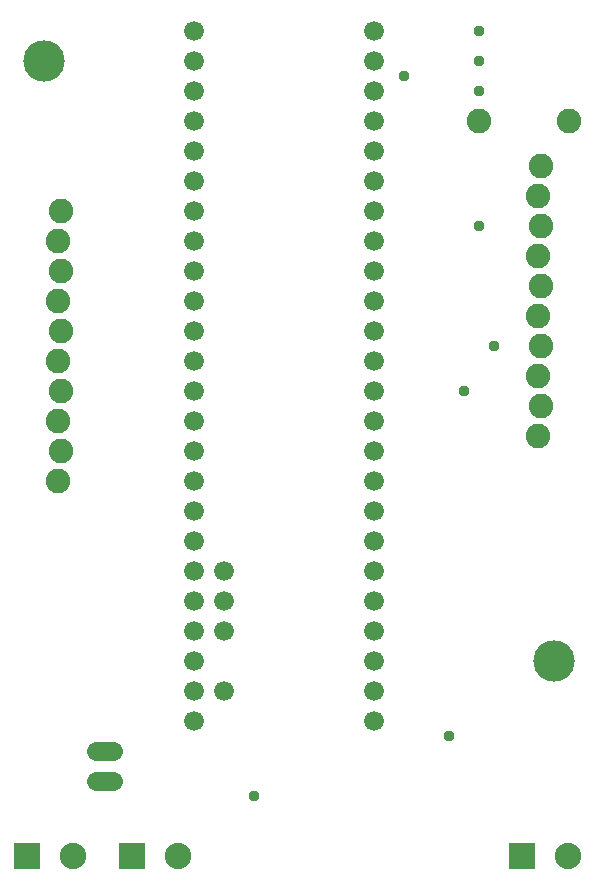
<source format=gbs>
G75*
%MOIN*%
%OFA0B0*%
%FSLAX25Y25*%
%IPPOS*%
%LPD*%
%AMOC8*
5,1,8,0,0,1.08239X$1,22.5*
%
%ADD10R,0.08800X0.08800*%
%ADD11C,0.08800*%
%ADD12C,0.08200*%
%ADD13C,0.06600*%
%ADD14C,0.06400*%
%ADD15C,0.13800*%
%ADD16C,0.03778*%
D10*
X0060600Y0176300D03*
X0095600Y0176300D03*
X0225600Y0176300D03*
D11*
X0240780Y0176300D03*
X0110780Y0176300D03*
X0075780Y0176300D03*
D12*
X0070800Y0301300D03*
X0071800Y0311300D03*
X0070800Y0321300D03*
X0071800Y0331300D03*
X0070800Y0341300D03*
X0071800Y0351300D03*
X0070800Y0361300D03*
X0071800Y0371300D03*
X0070800Y0381300D03*
X0071800Y0391300D03*
X0211300Y0421300D03*
X0231800Y0406300D03*
X0230800Y0396300D03*
X0231800Y0386300D03*
X0230800Y0376300D03*
X0231800Y0366300D03*
X0230800Y0356300D03*
X0231800Y0346300D03*
X0230800Y0336300D03*
X0231800Y0326300D03*
X0230800Y0316300D03*
X0241300Y0421300D03*
D13*
X0176300Y0421300D03*
X0176300Y0411300D03*
X0176300Y0401300D03*
X0176300Y0391300D03*
X0176300Y0381300D03*
X0176300Y0371300D03*
X0176300Y0361300D03*
X0176300Y0351300D03*
X0176300Y0341300D03*
X0176300Y0331300D03*
X0176300Y0321300D03*
X0176300Y0311300D03*
X0176300Y0301300D03*
X0176300Y0291300D03*
X0176300Y0281300D03*
X0176300Y0271300D03*
X0176300Y0261300D03*
X0176300Y0251300D03*
X0176300Y0241300D03*
X0176300Y0231300D03*
X0176300Y0221300D03*
X0126300Y0231300D03*
X0116300Y0231300D03*
X0116300Y0221300D03*
X0116300Y0241300D03*
X0116300Y0251300D03*
X0116300Y0261300D03*
X0116300Y0271300D03*
X0116300Y0281300D03*
X0116300Y0291300D03*
X0116300Y0301300D03*
X0116300Y0311300D03*
X0116300Y0321300D03*
X0116300Y0331300D03*
X0116300Y0341300D03*
X0116300Y0351300D03*
X0116300Y0361300D03*
X0116300Y0371300D03*
X0116300Y0381300D03*
X0116300Y0391300D03*
X0116300Y0401300D03*
X0116300Y0411300D03*
X0116300Y0421300D03*
X0116300Y0431300D03*
X0116300Y0441300D03*
X0116300Y0451300D03*
X0176300Y0451300D03*
X0176300Y0441300D03*
X0176300Y0431300D03*
X0126300Y0271300D03*
X0126300Y0261300D03*
X0126300Y0251300D03*
D14*
X0089100Y0211300D02*
X0083500Y0211300D01*
X0083500Y0201300D02*
X0089100Y0201300D01*
D15*
X0236300Y0241300D03*
X0066300Y0441300D03*
D16*
X0186300Y0436300D03*
X0211300Y0431300D03*
X0211300Y0441300D03*
X0211300Y0451300D03*
X0211300Y0386300D03*
X0216300Y0346300D03*
X0206300Y0331300D03*
X0201300Y0216300D03*
X0136300Y0196300D03*
M02*

</source>
